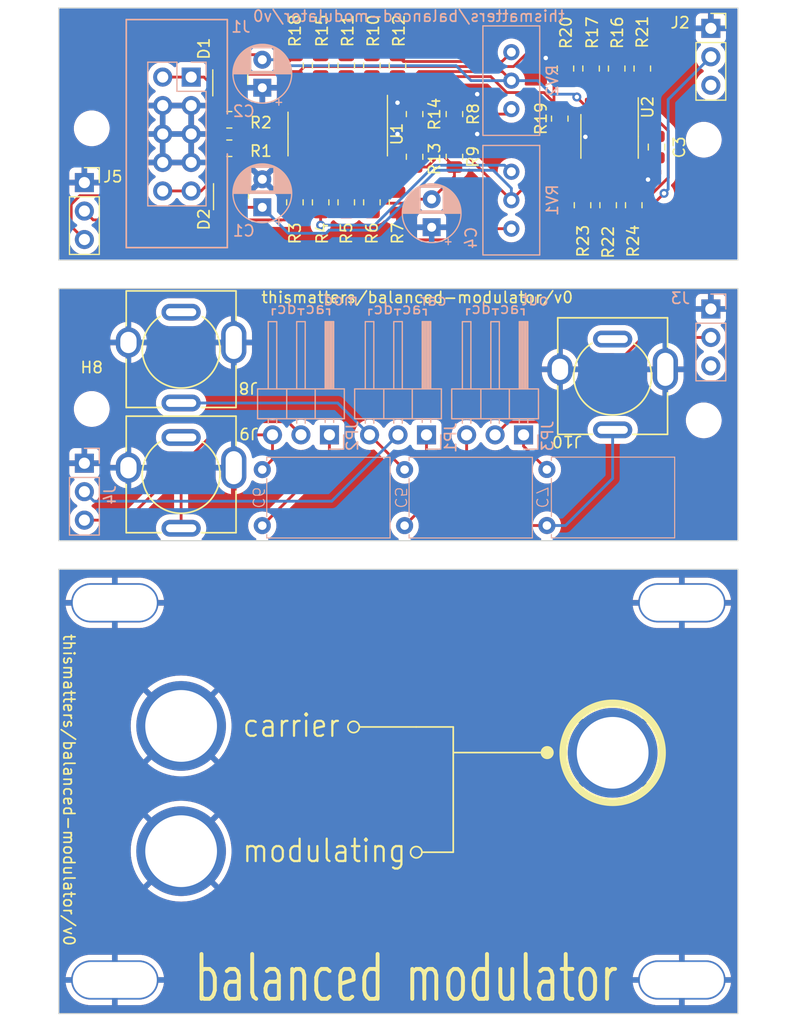
<source format=kicad_pcb>
(kicad_pcb (version 20221018) (generator pcbnew)
  (layers (0 "F.Cu" signal) (31 "B.Cu" signal) (34 "B.Paste" user) (35 "F.Paste" user) (36 "B.SilkS" user "B.Silkscreen") (37 "F.SilkS" user "F.Silkscreen") (38 "B.Mask" user) (39 "F.Mask" user) (44 "Edge.Cuts" user))
  (net 0 "")
  (net 1 "+12V")
  (net 2 "GND")
  (net 3 "-12V")
  (net 4 "Net-(D1-COM)")
  (net 5 "Net-(D2-COM)")
  (net 6 "/FACE")
  (net 7 "Net-(J1-Pin_1)")
  (net 8 "Net-(J1-Pin_10)")
  (net 9 "Net-(C4-Pad2)")
  (net 10 "/A'")
  (net 11 "/A_dc'")
  (net 12 "/B'")
  (net 13 "/B_dc'")
  (net 14 "/OUT_dc'")
  (net 15 "/OUT'")
  (net 16 "/GND'")
  (net 20 "Net-(U1-carrier_in)")
  (net 21 "Net-(R4-Pad2)")
  (net 22 "Net-(U1-in_carrier)")
  (net 23 "Net-(R7-Pad2)")
  (net 24 "Net-(R10-Pad2)")
  (net 25 "Net-(R12-Pad1)")
  (net 26 "Net-(R13-Pad1)")
  (net 27 "Net-(R13-Pad2)")
  (net 28 "Net-(U1-bias)")
  (net 29 "Net-(U2A--)")
  (net 30 "Net-(R16-Pad2)")
  (net 31 "Net-(R17-Pad1)")
  (net 32 "Net-(U2A-+)")
  (net 33 "Net-(R21-Pad2)")
  (net 34 "Net-(U2B--)")
  (net 35 "Net-(R23-Pad2)")
  (net 36 "Net-(U1-gain-Pad2)")
  (net 41 "/_OUT")
  (net 43 "/_OUT'")
  (net 45 "/_A'")
  (net 46 "/_A")
  (net 47 "/_B'")
  (net 48 "/_B")
  (footprint "Resistor_SMD:R_0805_2012Metric" (layer "F.Cu") (at 117.454 76.634 -90)
    (fp_text reference "R11")
    (fp_text value "2.7K")
  )
  (footprint "Resistor_SMD:R_0805_2012Metric" (layer "F.Cu") (at 137.012 76.888 90)
    (fp_text reference "R20")
    (fp_text value "15K")
  )
  (footprint "Resistor_SMD:R_0805_2012Metric" (layer "F.Cu") (at 107.0195 81.46 180)
    (fp_text reference "R2")
    (fp_text value "10")
  )
  (footprint "Resistor_SMD:R_0805_2012Metric" (layer "F.Cu") (at 141.584 76.888 90)
    (fp_text reference "R16")
    (fp_text value "15K")
  )
  (footprint "Resistor_SMD:R_0805_2012Metric" (layer "F.Cu") (at 115.168 76.634 -90)
    (fp_text reference "R15")
    (fp_text value "6.8K")
  )
  (footprint "Resistor_SMD:R_0805_2012Metric" (layer "F.Cu") (at 123.55 80.952 -90)
    (fp_text reference "R14")
    (fp_text value "2.7K")
  )
  (footprint "Resistor_SMD:R_0805_2012Metric" (layer "F.Cu") (at 119.74 76.634 -90)
    (fp_text reference "R10")
    (fp_text value "180K")
  )
  (footprint "MountingHole:MountingHole_2.7mm_M2.5" (layer "F.Cu") (at 149.352 108.278)
    (fp_text reference "H10" hide)
    (fp_text value "MountingHole")
  )
  (footprint "Resistor_SMD:R_0805_2012Metric" (layer "F.Cu") (at 139.298 76.8865 -90)
    (fp_text reference "R17")
    (fp_text value "15K")
  )
  (footprint "Resistor_SMD:R_0805_2012Metric" (layer "F.Cu") (at 112.8708 88.826 90)
    (fp_text reference "R3")
    (fp_text value "180K")
  )
  (footprint "Resistor_SMD:R_0805_2012Metric" (layer "F.Cu") (at 140.822 89.08 90)
    (fp_text reference "R22")
    (fp_text value "10K")
  )
  (footprint "Package_TO_SOT_SMD:SOT-23" (layer "F.Cu") (at 107.17 87.81 90)
    (fp_text reference "D2")
    (fp_text value "BAT54S")
  )
  (footprint "Connector_PinSocket_2.54mm:PinSocket_1x03_P2.54mm_Vertical" (layer "F.Cu") (at 94.086 87.063)
    (fp_text reference "J5")
    (fp_text value "Conn_01x03_Socket")
  )
  (footprint "Resistor_SMD:R_0805_2012Metric" (layer "F.Cu") (at 136.504 81.355 90)
    (fp_text reference "R19")
    (fp_text value "1.2K")
  )
  (footprint "Eurorack:Mech-MountingHole" (layer "F.Cu") (at 96.8 124.56)
    (fp_text reference "H1")
    (fp_text value "mount0")
  )
  (footprint "Resistor_SMD:R_0805_2012Metric" (layer "F.Cu") (at 107.0195 84 180)
    (fp_text reference "R1")
    (fp_text value "10")
  )
  (footprint "Package_TO_SOT_SMD:SOT-23" (layer "F.Cu") (at 107.104 77.65 90)
    (fp_text reference "D1")
    (fp_text value "BAT54S")
  )
  (footprint "Capacitor_SMD:C_0805_2012Metric" (layer "F.Cu") (at 145.14 83.895 90)
    (fp_text reference "C3")
    (fp_text value "100n")
  )
  (footprint "Eurorack:Mech-MountingHole" (layer "F.Cu") (at 96.8 158.21)
    (fp_text reference "H4")
    (fp_text value "mount1")
  )
  (footprint "Resistor_SMD:R_0805_2012Metric" (layer "F.Cu") (at 143.108 89.08 -90)
    (fp_text reference "R24")
    (fp_text value "1K")
  )
  (footprint "Eurorack:Mech-AudioJack-Hole-Output" (layer "F.Cu") (at 141.224 137.943)
    (fp_text reference "H7")
    (fp_text value "out" hide)
  )
  (footprint "Resistor_SMD:R_0805_2012Metric" (layer "F.Cu") (at 127.106 84.762 -90)
    (fp_text reference "R9")
    (fp_text value "1.5K")
  )
  (footprint "Resistor_SMD:R_0805_2012Metric" (layer "F.Cu") (at 123.55 84.762 90)
    (fp_text reference "R13")
    (fp_text value "6.8K")
  )
  (footprint "Eurorack:AudioJack2_Tayda_A-2566" (layer "F.Cu") (at 102.7176 101.9286 180)
    (fp_text reference "J8")
    (fp_text value "carrier")
  )
  (footprint "Eurorack:Mech-MountingHole" (layer "F.Cu") (at 147.4 124.56)
    (fp_text reference "H2")
    (fp_text value "mount1")
  )
  (footprint "Resistor_SMD:R_0805_2012Metric" (layer "F.Cu") (at 112.882 76.634 -90)
    (fp_text reference "R18")
    (fp_text value "1.2K")
  )
  (footprint "Resistor_SMD:R_0805_2012Metric" (layer "F.Cu") (at 117.454 88.826 -90)
    (fp_text reference "R5")
    (fp_text value "2.7K")
  )
  (footprint "Package_SO:SOIC-8_3.9x4.9mm_P1.27mm" (layer "F.Cu") (at 140.949 82.944 -90)
    (fp_text reference "U2")
    (fp_text value "TL072")
  )
  (footprint "MountingHole:MountingHole_2.7mm_M2.5" (layer "F.Cu") (at 94.742 82.222)
    (fp_text reference "H9" hide)
    (fp_text value "MountingHole")
  )
  (footprint "Resistor_SMD:R_0805_2012Metric" (layer "F.Cu") (at 115.168 88.826 -90)
    (fp_text reference "R4")
    (fp_text value "12K")
  )
  (footprint "Resistor_SMD:R_0805_2012Metric" (layer "F.Cu") (at 119.74 88.826 -90)
    (fp_text reference "R6")
    (fp_text value "2.7K")
  )
  (footprint "Resistor_SMD:R_0805_2012Metric" (layer "F.Cu") (at 122.026 88.826 -90)
    (fp_text reference "R7")
    (fp_text value "12K")
  )
  (footprint "Eurorack:Mech-MountingHole" (layer "F.Cu") (at 147.4 158.21)
    (fp_text reference "H3")
    (fp_text value "mount1")
  )
  (footprint "Resistor_SMD:R_0805_2012Metric" (layer "F.Cu") (at 138.536 89.08 -90)
    (fp_text reference "R23")
    (fp_text value "68K")
  )
  (footprint "Eurorack:Mech-AudioJack-Hole-Input" (layer "F.Cu") (at 102.7176 146.7196)
    (fp_text reference "H5")
    (fp_text value "carrier" hide)
  )
  (footprint "Connector_PinSocket_2.54mm:PinSocket_1x03_P2.54mm_Vertical" (layer "F.Cu") (at 149.987 73.3)
    (fp_text reference "J2")
    (fp_text value "Conn_01x03_Socket")
  )
  (footprint "Package_SO:SOIC-14_3.9x8.7mm_P1.27mm" (layer "F.Cu") (at 116.692 82.73 -90)
    (fp_text reference "U1")
    (fp_text value "MC1496")
  )
  (footprint "Resistor_SMD:R_0805_2012Metric" (layer "F.Cu") (at 127.106 80.952 90)
    (fp_text reference "R8")
    (fp_text value "1.5K")
  )
  (footprint "MountingHole:MountingHole_2.7mm_M2.5" (layer "F.Cu") (at 94.742 107.262)
    (fp_text reference "H8")
    (fp_text value "MountingHole")
  )
  (footprint "Eurorack:AudioJack2_Tayda_A-2566" (layer "F.Cu") (at 141.224 104.328 180)
    (fp_text reference "J10")
    (fp_text value "out")
  )
  (footprint "Eurorack:Mech-AudioJack-Hole-Input" (layer "F.Cu") (at 102.7176 135.5436)
    (fp_text reference "H6")
    (fp_text value "modulating" hide)
  )
  (footprint "Eurorack:AudioJack2_Tayda_A-2566" (layer "F.Cu") (at 102.7176 113.1046 180)
    (fp_text reference "J9")
    (fp_text value "modulating")
  )
  (footprint "Resistor_SMD:R_0805_2012Metric" (layer "F.Cu") (at 143.87 76.888 90)
    (fp_text reference "R21")
    (fp_text value "15K")
  )
  (footprint "MountingHole:MountingHole_2.7mm_M2.5" (layer "F.Cu") (at 149.352 83.238)
    (fp_text reference "H11" hide)
    (fp_text value "MountingHole")
  )
  (footprint "Resistor_SMD:R_0805_2012Metric" (layer "F.Cu") (at 122.026 76.634 -90)
    (fp_text reference "R12")
    (fp_text value "6.8K")
  )
  (footprint "Connector_PinHeader_2.54mm:PinHeader_1x03_P2.54mm_Horizontal" (layer "B.Cu") (at 133.2738 109.5756 90)
    (fp_text reference "JP3")
    (fp_text value "Jumper_3_Bridged12")
  )
  (footprint "Connector_PinHeader_2.54mm:PinHeader_1x03_P2.54mm_Vertical" (layer "B.Cu") (at 149.987 98.34 180)
    (fp_text reference "J3")
    (fp_text value "Conn_01x03_Pin")
  )
  (footprint "Connector_PinHeader_2.54mm:PinHeader_1x03_P2.54mm_Horizontal" (layer "B.Cu") (at 124.6124 109.5734 90)
    (fp_text reference "JP1")
    (fp_text value "Jumper_3_Bridged12")
  )
  (footprint "Connector_PinHeader_2.54mm:PinHeader_1x03_P2.54mm_Horizontal" (layer "B.Cu") (at 115.951 109.5734 90)
    (fp_text reference "JP2")
    (fp_text value "Jumper_3_Bridged12")
  )
  (footprint "Eurorack:PinHeader_2x05_P2.54mm_Vertical" (layer "B.Cu") (at 103.614 77.65 180)
    (fp_text reference "J1")
    (fp_text value "Conn_02x05_Odd_Even")
  )
  (footprint "Eurorack:C_Rect_Horizontal_L7.2mm_W11" (layer "B.Cu") (at 135.3566 115.1614 90)
    (fp_text reference "C7")
    (fp_text value "1u box")
  )
  (footprint "Potentiometer_THT:Potentiometer_Bourns_3296W_Vertical" (layer "B.Cu") (at 132.186 86.096 90)
    (fp_text reference "RV1")
    (fp_text value "500")
  )
  (footprint "Capacitor_THT:CP_Radial_D5.0mm_P2.50mm" (layer "B.Cu") (at 109.964 89.269113 90)
    (fp_text reference "C1")
    (fp_text value "22u 50V")
  )
  (footprint "Capacitor_THT:CP_Radial_D5.0mm_P2.50mm" (layer "B.Cu") (at 109.964 78.601113 90)
    (fp_text reference "C2")
    (fp_text value "22u 50V")
  )
  (footprint "Potentiometer_THT:Potentiometer_Bourns_3296W_Vertical" (layer "B.Cu") (at 132.186 75.428 90)
    (fp_text reference "RV2")
    (fp_text value "200")
  )
  (footprint "Eurorack:C_Rect_Horizontal_L7.2mm_W11" (layer "B.Cu") (at 109.9599 115.1722 90)
    (fp_text reference "C6")
    (fp_text value "1u box")
  )
  (footprint "Eurorack:C_Rect_Horizontal_L7.2mm_W11" (layer "B.Cu") (at 122.6599 115.1722 90)
    (fp_text reference "C5")
    (fp_text value "1u box")
  )
  (footprint "Connector_PinHeader_2.54mm:PinHeader_1x03_P2.54mm_Vertical" (layer "B.Cu") (at 94.086 112.103 180)
    (fp_text reference "J4")
    (fp_text value "Conn_01x03_Pin")
  )
  (footprint "Capacitor_THT:CP_Radial_D5.0mm_P2.50mm" (layer "B.Cu") (at 125.074 91.047113 90)
    (fp_text reference "C4")
    (fp_text value "100u 16V")
  )
  (gr_line (start 124.566 98.88) (end 124.566 98.372) (stroke (width 0.15)) (layer "B.SilkS"))
  (gr_line (start 110.871 98.8568) (end 110.871 98.3488) (stroke (width 0.15)) (layer "B.SilkS"))
  (gr_line (start 113.411 98.8568) (end 113.411 98.3488) (stroke (width 0.15)) (layer "B.SilkS"))
  (gr_line (start 128.2192 98.8568) (end 128.2192 98.3488) (stroke (width 0.15)) (layer "B.SilkS"))
  (gr_line (start 115.951 98.8568) (end 115.951 98.3488) (stroke (width 0.15)) (layer "B.SilkS"))
  (gr_line (start 115.951 98.3488) (end 115.697 98.3488) (stroke (width 0.15)) (layer "B.SilkS"))
  (gr_line (start 122.026 98.88) (end 122.026 98.372) (stroke (width 0.15)) (layer "B.SilkS"))
  (gr_line (start 133.2992 98.3488) (end 133.0452 98.3488) (stroke (width 0.15)) (layer "B.SilkS"))
  (gr_line (start 119.486 98.88) (end 119.486 98.372) (stroke (width 0.15)) (layer "B.SilkS"))
  (gr_line (start 113.665 98.3488) (end 113.157 98.3488) (stroke (width 0.15)) (layer "B.SilkS"))
  (gr_line (start 128.2192 98.3488) (end 128.4732 98.3488) (stroke (width 0.15)) (layer "B.SilkS"))
  (gr_line (start 130.7592 98.8568) (end 130.7592 98.3488) (stroke (width 0.15)) (layer "B.SilkS"))
  (gr_line (start 124.566 98.372) (end 124.312 98.372) (stroke (width 0.15)) (layer "B.SilkS"))
  (gr_line (start 110.871 98.3488) (end 111.125 98.3488) (stroke (width 0.15)) (layer "B.SilkS"))
  (gr_line (start 122.28 98.372) (end 121.772 98.372) (stroke (width 0.15)) (layer "B.SilkS"))
  (gr_line (start 133.2992 98.8568) (end 133.2992 98.3488) (stroke (width 0.15)) (layer "B.SilkS"))
  (gr_line (start 131.0132 98.3488) (end 130.5052 98.3488) (stroke (width 0.15)) (layer "B.SilkS"))
  (gr_line (start 119.486 98.372) (end 119.74 98.372) (stroke (width 0.15)) (layer "B.SilkS"))
  (gr_circle (center 123.698 146.812) (end 123.19 146.812) (stroke (width 0.15)) (fill none) (layer "F.SilkS"))
  (gr_line (start 127 137.922) (end 134.874 137.922) (stroke (width 0.15)) (layer "F.SilkS"))
  (gr_line (start 118.618 135.636) (end 123.698 135.636) (stroke (width 0.15)) (layer "F.SilkS"))
  (gr_circle (center 118.11 135.636) (end 117.602 135.636) (stroke (width 0.15)) (fill none) (layer "F.SilkS"))
  (gr_circle (center 135.382 137.922) (end 135.89 137.922) (stroke (width 0.15)) (fill solid) (layer "F.SilkS"))
  (gr_line (start 124.206 146.812) (end 127 146.812) (stroke (width 0.15)) (layer "F.SilkS"))
  (gr_line (start 123.698 135.636) (end 127 135.636) (stroke (width 0.15)) (layer "F.SilkS"))
  (gr_line (start 127 146.812) (end 127 137.922) (stroke (width 0.15)) (layer "F.SilkS"))
  (gr_line (start 127 135.636) (end 127 137.922) (stroke (width 0.15)) (layer "F.SilkS"))
  (gr_rect (start 91.8 121.56) (end 152.4 161.21) (stroke (width 0.1)) (fill none) (layer "Edge.Cuts"))
  (gr_rect (start 91.8 96.52) (end 152.4 119.02) (stroke (width 0.1)) (fill none) (layer "Edge.Cuts"))
  (gr_rect (start 91.8 71.48) (end 152.4 93.98) (stroke (width 0.1)) (fill none) (layer "Edge.Cuts"))
  (gr_text "ac" (at 132.0292 98.8568) (layer "B.SilkS") (effects (font (size 1 1)) (justify bottom mirror)))
  (gr_text "dc" (at 129.4892 98.8568) (layer "B.SilkS") (effects (font (size 1 1)) (justify bottom mirror)))
  (gr_text "dc" (at 112.141 98.8568) (layer "B.SilkS") (effects (font (size 1 1)) (justify bottom mirror)))
  (gr_text "car" (at 125.222 98.118) (layer "B.SilkS") (effects (font (size 1 1)) (justify bottom mirror)))
  (gr_text "ac" (at 123.296 98.88) (layer "B.SilkS") (effects (font (size 1 1)) (justify bottom mirror)))
  (gr_text "ac" (at 114.681 98.8568) (layer "B.SilkS") (effects (font (size 1 1)) (justify bottom mirror)))
  (gr_text "dc" (at 120.756 98.88) (layer "B.SilkS") (effects (font (size 1 1)) (justify bottom mirror)))
  (gr_text "mod" (at 116.967 98.0948) (layer "B.SilkS") (effects (font (size 1 1)) (justify bottom mirror)))
  (gr_text "out" (at 134.3152 98.0948) (layer "B.SilkS") (effects (font (size 1 1)) (justify bottom mirror)))
  (gr_text "thismatters/balanced-modulator/v0" (at 137.033 72.2122) (layer "B.SilkS") (effects (font (size 1 1)) (justify left mirror)))
  (gr_text "balanced modulator" (at 122.809 160.401) (layer "F.SilkS") (effects (font (size 4 2.5) (thickness 0.35)) (justify bottom)))
  (gr_text "thismatters/balanced-modulator/v0" (at 109.7788 97.3074) (layer "F.SilkS") (effects (font (size 1 1)) (justify left)))
  (gr_text "carrier" (at 108.077 135.509) (layer "F.SilkS") (effects (font (size 2 1.75) (thickness 0.2) bold) (justify left)))
  (gr_text "thismatters/balanced-modulator/v0" (at 92.71 127.254 270) (layer "F.SilkS") (effects (font (size 1 1)) (justify left)))
  (gr_text "modulating" (at 108.077 146.685) (layer "F.SilkS") (effects (font (size 2 1.75) (thickness 0.2)) (justify left)))
  (segment (start 142.854 85.419) (end 143.428 84.845) (width 0.25) (layer "F.Cu") (net 1))
  (segment (start 127.3995 83.8495) (end 132.186 88.636) (width 0.25) (layer "F.Cu") (net 1))
  (segment (start 132.186 88.636) (end 136.504 84.318) (width 0.25) (layer "F.Cu") (net 1))
  (segment (start 109.964 89.269113) (end 108.641613 89.269113) (width 0.25) (layer "F.Cu") (net 1))
  (segment (start 108.641613 89.269113) (end 108.12 88.7475) (width 0.25) (layer "F.Cu") (net 1))
  (segment (start 108.818 80.8134) (end 108.054 80.0494) (width 0.25) (layer "F.Cu") (net 1))
  (segment (start 136.504 82.2675) (end 136.504 84.318) (width 0.25) (layer "F.Cu") (net 1))
  (segment (start 108.12 85.3446) (end 108.818 84.6466) (width 0.25) (layer "F.Cu") (net 1))
  (segment (start 108.12 88.7475) (end 108.12 85.3446) (width 0.25) (layer "F.Cu") (net 1))
  (segment (start 108.508001 77.396) (end 111.2075 77.396) (width 0.25) (layer "F.Cu") (net 1))
  (segment (start 144.414 84.119) (end 138.3555 84.119) (width 0.25) (layer "F.Cu") (net 1))
  (segment (start 108.054 80.0494) (end 108.054 78.5875) (width 0.25) (layer "F.Cu") (net 1))
  (segment (start 145.14 84.845) (end 144.414 84.119) (width 0.25) (layer "F.Cu") (net 1))
  (segment (start 138.3555 84.119) (end 136.504 82.2675) (width 0.25) (layer "F.Cu") (net 1))
  (segment (start 143.428 84.845) (end 145.14 84.845) (width 0.25) (layer "F.Cu") (net 1))
  (segment (start 108.054 78.5875) (end 108.054 77.850001) (width 0.25) (layer "F.Cu") (net 1))
  (segment (start 108.818 84.6466) (end 108.818 80.8134) (width 0.25) (layer "F.Cu") (net 1))
  (segment (start 108.054 77.850001) (end 108.508001 77.396) (width 0.25) (layer "F.Cu") (net 1))
  (segment (start 111.2075 77.396) (end 112.882 75.7215) (width 0.25) (layer "F.Cu") (net 1))
  (segment (start 120.180396 91.308) (end 125.524396 85.964) (width 0.25) (layer "B.Cu") (net 1))
  (segment (start 112.277887 91.583) (end 115.655 91.583) (width 0.25) (layer "B.Cu") (net 1))
  (segment (start 115.655 91.583) (end 115.93 91.308) (width 0.25) (layer "B.Cu") (net 1))
  (segment (start 109.964 89.269113) (end 112.277887 91.583) (width 0.25) (layer "B.Cu") (net 1))
  (segment (start 132.186 87.573854) (end 132.186 88.054) (width 0.25) (layer "B.Cu") (net 1))
  (segment (start 115.93 91.308) (end 120.180396 91.308) (width 0.25) (layer "B.Cu") (net 1))
  (segment (start 125.524396 85.964) (end 130.576146 85.964) (width 0.25) (layer "B.Cu") (net 1))
  (segment (start 130.576146 85.964) (end 132.186 87.573854) (width 0.25) (layer "B.Cu") (net 1))
  (segment (start 122.026 79.936) (end 123.4465 79.936) (width 0.25) (layer "F.Cu") (net 2))
  (via (at 135.255 75.946) (size 0.8) (drill 0.4) (layers "F.Cu" "B.Cu") (net 2))
  (via (at 138.79 82.984) (size 0.8) (drill 0.4) (layers "F.Cu" "B.Cu") (net 2))
  (via (at 129.138 79.174) (size 0.8) (drill 0.4) (layers "F.Cu" "B.Cu") (net 2))
  (via (at 122.026 79.936) (size 0.8) (drill 0.4) (layers "F.Cu" "B.Cu") (net 2))
  (via (at 122.026 82.73) (size 0.8) (drill 0.4) (layers "F.Cu" "B.Cu") (net 2))
  (via (at 144.378 86.794) (size 0.8) (drill 0.4) (layers "F.Cu" "B.Cu") (net 2))
  (via (at 129.138 82.73) (size 0.8) (drill 0.4) (layers "F.Cu" "B.Cu") (net 2))
  (segment (start 109.964 80.574) (end 112.12 82.73) (width 0.25) (layer "B.Cu") (net 2))
  (segment (start 137.012 81.206) (end 138.79 82.984) (width 0.25) (layer "B.Cu") (net 2))
  (segment (start 138.79 82.984) (end 143.108 82.984) (width 0.25) (layer "B.Cu") (net 2))
  (segment (start 140.081 81.693) (end 140.081 80.455695) (width 0.25) (layer "B.Cu") (net 2))
  (segment (start 129.138 82.73) (end 129.138 79.174) (width 0.25) (layer "B.Cu") (net 2))
  (segment (start 135.382 75.819) (end 135.255 75.946) (width 0.25) (layer "B.Cu") (net 2))
  (segment (start 138.79 82.984) (end 140.081 81.693) (width 0.25) (layer "B.Cu") (net 2))
  (segment (start 122.026 82.73) (end 129.138 82.73) (width 0.25) (layer "B.Cu") (net 2))
  (segment (start 144.378 84.254) (end 144.378 86.794) (width 0.25) (layer "B.Cu") (net 2))
  (segment (start 133.71 82.73) (end 135.234 81.206) (width 0.25) (layer "B.Cu") (net 2))
  (segment (start 135.234 81.206) (end 137.012 81.206) (width 0.25) (layer "B.Cu") (net 2))
  (segment (start 143.108 82.984) (end 144.378 84.254) (width 0.25) (layer "B.Cu") (net 2))
  (segment (start 129.138 82.73) (end 133.71 82.73) (width 0.25) (layer "B.Cu") (net 2))
  (segment (start 112.12 82.73) (end 122.026 82.73) (width 0.25) (layer "B.Cu") (net 2))
  (segment (start 122.026 82.73) (end 122.026 79.936) (width 0.25) (layer "B.Cu") (net 2))
  (segment (start 140.081 80.455695) (end 140.081 79.375) (width 0.25) (layer "B.Cu") (net 2))
  (segment (start 136.525 75.819) (end 135.382 75.819) (width 0.25) (layer "B.Cu") (net 2))
  (segment (start 140.081 79.375) (end 136.525 75.819) (width 0.25) (layer "B.Cu") (net 2))
  (segment (start 109.964 78.601113) (end 109.964 80.574) (width 0.25) (layer "B.Cu") (net 2))
  (segment (start 122.1501 78.955) (end 123.9461 77.159) (width 0.25) (layer "F.Cu") (net 3))
  (segment (start 120.502 81.968) (end 119.857 81.323) (width 0.25) (layer "F.Cu") (net 3))
  (segment (start 106.154 76.249092) (end 106.753092 75.65) (width 0.25) (layer "F.Cu") (net 3))
  (segment (start 123.9461 77.159) (end 131.377 77.159) (width 0.25) (layer "F.Cu") (net 3))
  (segment (start 119.857 79.249092) (end 120.151092 78.955) (width 0.25) (layer "F.Cu") (net 3))
  (segment (start 143.964 81.769) (end 145.14 82.945) (width 0.25) (layer "F.Cu") (net 3))
  (segment (start 139.369001 81.769) (end 143.964 81.769) (width 0.25) (layer "F.Cu") (net 3))
  (segment (start 106.9445 80.698) (end 106.9445 84.6951) (width 0.25) (layer "F.Cu") (net 3))
  (segment (start 106.753092 75.65) (end 109.512887 75.65) (width 0.25) (layer "F.Cu") (net 3))
  (segment (start 106.154 78.5875) (end 106.154 76.249092) (width 0.25) (layer "F.Cu") (net 3))
  (segment (start 120.151092 78.955) (end 122.1501 78.955) (width 0.25) (layer "F.Cu") (net 3))
  (segment (start 119.857 81.323) (end 119.857 79.249092) (width 0.25) (layer "F.Cu") (net 3))
  (segment (start 131.377 77.159) (end 132.186 77.968) (width 0.25) (layer "F.Cu") (net 3))
  (segment (start 139.044 81.443999) (end 139.369001 81.769) (width 0.25) (layer "F.Cu") (net 3))
  (segment (start 106.9445 84.6951) (end 106.22 85.4196) (width 0.25) (layer "F.Cu") (net 3))
  (segment (start 138.028 79.453) (end 139.044 80.469) (width 0.25) (layer "F.Cu") (net 3))
  (segment (start 139.044 80.469) (end 139.044 81.443999) (width 0.25) (layer "F.Cu") (net 3))
  (segment (start 120.502 85.205) (end 120.502 81.968) (width 0.25) (layer "F.Cu") (net 3))
  (segment (start 106.154 79.9075) (end 106.9445 80.698) (width 0.25) (layer "F.Cu") (net 3))
  (segment (start 138.028 79.428) (end 138.028 79.453) (width 0.25) (layer "F.Cu") (net 3))
  (segment (start 106.22 85.4196) (end 106.22 88.7475) (width 0.25) (layer "F.Cu") (net 3))
  (segment (start 106.154 78.5875) (end 106.154 79.9075) (width 0.25) (layer "F.Cu") (net 3))
  (via (at 138.028 79.428) (size 0.8) (drill 0.4) (layers "F.Cu" "B.Cu") (net 3))
  (segment (start 109.964 76.101113) (end 111.333113 76.101113) (width 0.25) (layer "B.Cu") (net 3))
  (segment (start 128.588 77.968) (end 132.186 77.968) (width 0.25) (layer "B.Cu") (net 3))
  (segment (start 127.254 76.634) (end 128.588 77.968) (width 0.25) (layer "B.Cu") (net 3))
  (segment (start 111.333113 76.101113) (end 111.866 76.634) (width 0.25) (layer "B.Cu") (net 3))
  (segment (start 135.742 79.174) (end 137.774 79.174) (width 0.25) (layer "B.Cu") (net 3))
  (segment (start 132.186 77.968) (end 134.536 77.968) (width 0.25) (layer "B.Cu") (net 3))
  (segment (start 111.866 76.634) (end 127.254 76.634) (width 0.25) (layer "B.Cu") (net 3))
  (segment (start 134.536 77.968) (end 135.742 79.174) (width 0.25) (layer "B.Cu") (net 3))
  (segment (start 137.774 79.174) (end 138.028 79.428) (width 0.25) (layer "B.Cu") (net 3))
  (segment (start 107.104 79.746) (end 107.932 80.574) (width 0.25) (layer "F.Cu") (net 4))
  (segment (start 107.932 80.574) (end 107.932 81.46) (width 0.25) (layer "F.Cu") (net 4))
  (segment (start 107.104 76.7125) (end 107.104 79.746) (width 0.25) (layer "F.Cu") (net 4))
  (segment (start 107.932 84.886) (end 107.932 84) (width 0.25) (layer "F.Cu") (net 5))
  (segment (start 107.17 86.8725) (end 107.17 85.648) (width 0.25) (layer "F.Cu") (net 5))
  (segment (start 107.17 85.648) (end 107.932 84.886) (width 0.25) (layer "F.Cu") (net 5))
  (segment (start 105.529 80.882) (end 106.107 81.46) (width 0.25) (layer "F.Cu") (net 7))
  (segment (start 101.074 77.65) (end 103.614 77.65) (width 0.25) (layer "F.Cu") (net 7))
  (segment (start 105.529 78.425) (end 105.529 80.882) (width 0.25) (layer "F.Cu") (net 7))
  (segment (start 104.754 77.65) (end 105.529 78.425) (width 0.25) (layer "F.Cu") (net 7))
  (segment (start 103.614 77.65) (end 104.754 77.65) (width 0.25) (layer "F.Cu") (net 7))
  (segment (start 105.516 84.591) (end 106.107 84) (width 0.25) (layer "F.Cu") (net 8))
  (segment (start 101.074 87.81) (end 103.614 87.81) (width 0.25) (layer "F.Cu") (net 8))
  (segment (start 105.516 86.794) (end 105.516 84.591) (width 0.25) (layer "F.Cu") (net 8))
  (segment (start 104.5 87.81) (end 105.516 86.794) (width 0.25) (layer "F.Cu") (net 8))
  (segment (start 103.614 87.81) (end 104.5 87.81) (width 0.25) (layer "F.Cu") (net 8))
  (segment (start 123.320887 88.547113) (end 125.074 88.547113) (width 0.25) (layer "F.Cu") (net 9))
  (segment (start 127.106 86.515113) (end 125.074 88.547113) (width 0.25) (layer "F.Cu") (net 9))
  (segment (start 127.106 85.6745) (end 127.106 86.515113) (width 0.25) (layer "F.Cu") (net 9))
  (segment (start 126.081 84.6495) (end 126.081 82.8895) (width 0.25) (layer "F.Cu") (net 9))
  (segment (start 120.5775 88.901) (end 122.967 88.901) (width 0.25) (layer "F.Cu") (net 9))
  (segment (start 126.081 82.8895) (end 127.106 81.8645) (width 0.25) (layer "F.Cu") (net 9))
  (segment (start 117.454 89.7385) (end 119.74 89.7385) (width 0.25) (layer "F.Cu") (net 9))
  (segment (start 122.967 88.901) (end 123.320887 88.547113) (width 0.25) (layer "F.Cu") (net 9))
  (segment (start 127.106 85.6745) (end 126.081 84.6495) (width 0.25) (layer "F.Cu") (net 9))
  (segment (start 119.74 89.7385) (end 120.5775 88.901) (width 0.25) (layer "F.Cu") (net 9))
  (segment (start 124.6124 109.5734) (end 124.6124 115.7197) (width 0.25) (layer "F.Cu") (net 10))
  (segment (start 124.6124 115.7197) (end 122.6599 117.6722) (width 0.25) (layer "F.Cu") (net 10))
  (segment (start 119.5324 109.5734) (end 122.6312 112.6722) (width 0.25) (layer "F.Cu") (net 11))
  (segment (start 116.6876 106.7286) (end 119.5324 109.5734) (width 0.25) (layer "B.Cu") (net 11))
  (segment (start 102.7176 106.7286) (end 116.6876 106.7286) (width 0.25) (layer "B.Cu") (net 11))
  (segment (start 109.9599 117.6722) (end 115.951 111.6811) (width 0.25) (layer "F.Cu") (net 12))
  (segment (start 115.951 111.6811) (end 115.951 109.5734) (width 0.25) (layer "F.Cu") (net 12))
  (segment (start 110.871 109.5734) (end 110.871 111.7611) (width 0.25) (layer "F.Cu") (net 13))
  (segment (start 102.7176 117.9046) (end 102.7176 112.961276) (width 0.25) (layer "F.Cu") (net 13))
  (segment (start 102.7176 112.961276) (end 106.105476 109.5734) (width 0.25) (layer "F.Cu") (net 13))
  (segment (start 110.871 111.7611) (end 109.9599 112.6722) (width 0.25) (layer "F.Cu") (net 13))
  (segment (start 106.105476 109.5734) (end 110.871 109.5734) (width 0.25) (layer "F.Cu") (net 13))
  (segment (start 128.1938 112.088) (end 133.7672 117.6614) (width 0.25) (layer "F.Cu") (net 14))
  (segment (start 133.7672 117.6614) (end 135.3566 117.6614) (width 0.25) (layer "F.Cu") (net 14))
  (segment (start 128.1938 109.5988) (end 128.1938 112.088) (width 0.25) (layer "F.Cu") (net 14))
  (segment (start 141.224 113.4596) (end 141.224 109.128) (width 0.25) (layer "B.Cu") (net 14))
  (segment (start 135.3566 117.6614) (end 137.0222 117.6614) (width 0.25) (layer "B.Cu") (net 14))
  (segment (start 137.0222 117.6614) (end 141.224 113.4596) (width 0.25) (layer "B.Cu") (net 14))
  (segment (start 133.2738 109.5988) (end 133.2738 110.5786) (width 0.25) (layer "F.Cu") (net 15))
  (segment (start 133.2738 110.5786) (end 135.3566 112.6614) (width 0.25) (layer "F.Cu") (net 15))
  (segment (start 115.422 85.205) (end 115.422 87.6595) (width 0.25) (layer "F.Cu") (net 20))
  (segment (start 112.8708 87.9135) (end 117.454 87.9135) (width 0.25) (layer "F.Cu") (net 20))
  (segment (start 115.168 90.858) (end 115.168 89.7385) (width 0.25) (layer "F.Cu") (net 21))
  (via (at 115.168 90.858) (size 0.8) (drill 0.4) (layers "F.Cu" "B.Cu") (net 21))
  (segment (start 131.572 85.514) (end 125.338 85.514) (width 0.25) (layer "B.Cu") (net 21))
  (segment (start 119.994 90.858) (end 115.168 90.858) (width 0.25) (layer "B.Cu") (net 21))
  (segment (start 125.338 85.514) (end 119.994 90.858) (width 0.25) (layer "B.Cu") (net 21))
  (segment (start 132.154 86.096) (end 131.572 85.514) (width 0.25) (layer "B.Cu") (net 21))
  (segment (start 112.882 85.205) (end 111.8458 86.2412) (width 0.25) (layer "F.Cu") (net 22))
  (segment (start 119.74 87.9135) (end 122.026 87.9135) (width 0.25) (layer "F.Cu") (net 22))
  (segment (start 111.8458 86.2412) (end 111.8458 88.4211) (width 0.25) (layer "F.Cu") (net 22))
  (segment (start 118.8275 88.826) (end 119.74 87.9135) (width 0.25) (layer "F.Cu") (net 22))
  (segment (start 112.2507 88.826) (end 118.8275 88.826) (width 0.25) (layer "F.Cu") (net 22))
  (segment (start 111.8458 88.4211) (end 112.2507 88.826) (width 0.25) (layer "F.Cu") (net 22))
  (segment (start 132.186 91.176) (end 129.836 91.176) (width 0.25) (layer "F.Cu") (net 23))
  (segment (start 128.839887 92.172113) (end 129.836 91.176) (width 0.25) (layer "F.Cu") (net 23))
  (segment (start 122.026 89.7385) (end 122.026 91.62) (width 0.25) (layer "F.Cu") (net 23))
  (segment (start 122.026 91.62) (end 122.578113 92.172113) (width 0.25) (layer "F.Cu") (net 23))
  (segment (start 122.578113 92.172113) (end 128.839887 92.172113) (width 0.25) (layer "F.Cu") (net 23))
  (segment (start 117.454 77.5465) (end 122.026 77.5465) (width 0.25) (layer "F.Cu") (net 24))
  (segment (start 116.692 80.255) (end 116.692 78.3085) (width 0.25) (layer "F.Cu") (net 24))
  (segment (start 116.692 78.3085) (end 117.454 77.5465) (width 0.25) (layer "F.Cu") (net 24))
  (segment (start 122.5635 76.259) (end 131.355 76.259) (width 0.25) (layer "F.Cu") (net 25))
  (segment (start 131.355 76.259) (end 132.186 75.428) (width 0.25) (layer "F.Cu") (net 25))
  (segment (start 122.026 75.7215) (end 122.5635 76.259) (width 0.25) (layer "F.Cu") (net 25))
  (segment (start 131.742 80.952) (end 132.186 80.508) (width 0.25) (layer "F.Cu") (net 26))
  (segment (start 125.328 82.1099) (end 126.4859 80.952) (width 0.25) (layer "F.Cu") (net 26))
  (segment (start 124.6695 85.6745) (end 125.328 85.016) (width 0.25) (layer "F.Cu") (net 26))
  (segment (start 123.55 85.6745) (end 124.6695 85.6745) (width 0.25) (layer "F.Cu") (net 26))
  (segment (start 126.4859 80.952) (end 131.742 80.952) (width 0.25) (layer "F.Cu") (net 26))
  (segment (start 125.328 85.016) (end 125.328 82.1099) (width 0.25) (layer "F.Cu") (net 26))
  (segment (start 122.1115 81.8645) (end 123.55 81.8645) (width 0.25) (layer "F.Cu") (net 27))
  (segment (start 120.502 80.255) (end 122.1115 81.8645) (width 0.25) (layer "F.Cu") (net 27))
  (segment (start 123.55 81.8645) (end 123.55 83.8495) (width 0.25) (layer "F.Cu") (net 27))
  (segment (start 115.422 80.255) (end 115.422 77.8005) (width 0.25) (layer "F.Cu") (net 28))
  (segment (start 141.584 80.469) (end 141.584 77.799) (width 0.25) (layer "F.Cu") (net 29))
  (segment (start 141.584 77.799) (end 143.87 77.799) (width 0.25) (layer "F.Cu") (net 29))
  (segment (start 112.882 77.5465) (end 113.7195 76.709) (width 0.25) (layer "F.Cu") (net 30))
  (segment (start 135.251854 73.84) (end 139.4485 73.84) (width 0.25) (layer "F.Cu") (net 30))
  (segment (start 113.7195 76.709) (end 132.382854 76.709) (width 0.25) (layer "F.Cu") (net 30))
  (segment (start 132.382854 76.709) (end 135.251854 73.84) (width 0.25) (layer "F.Cu") (net 30))
  (segment (start 139.4485 73.84) (end 141.584 75.9755) (width 0.25) (layer "F.Cu") (net 30))
  (segment (start 114.152 78.8165) (end 112.882 77.5465) (width 0.25) (layer "F.Cu") (net 30))
  (segment (start 114.152 80.255) (end 114.152 78.8165) (width 0.25) (layer "F.Cu") (net 30))
  (segment (start 124.387 84.687) (end 124.82 84.254) (width 0.25) (layer "F.Cu") (net 31))
  (segment (start 136.3169 76.963) (end 135.987 77.2929) (width 0.25) (layer "F.Cu") (net 31))
  (segment (start 117.962 85.205) (end 117.962 86.179999) (width 0.25) (layer "F.Cu") (net 31))
  (segment (start 135.987 77.2929) (end 135.987 79.9255) (width 0.25) (layer "F.Cu") (net 31))
  (segment (start 131.770396 79.03025) (end 135.09175 79.03025) (width 0.25) (layer "F.Cu") (net 31))
  (segment (start 125.328 80.952) (end 125.328 78.412) (width 0.25) (layer "F.Cu") (net 31))
  (segment (start 126.131 77.609) (end 130.349146 77.609) (width 0.25) (layer "F.Cu") (net 31))
  (segment (start 139.298 75.974) (end 138.309 76.963) (width 0.25) (layer "F.Cu") (net 31))
  (segment (start 125.328 78.412) (end 126.131 77.609) (width 0.25) (layer "F.Cu") (net 31))
  (segment (start 130.349146 77.609) (end 131.770396 79.03025) (width 0.25) (layer "F.Cu") (net 31))
  (segment (start 117.962 86.179999) (end 118.287001 86.505) (width 0.25) (layer "F.Cu") (net 31))
  (segment (start 124.82 84.254) (end 124.82 81.46) (width 0.25) (layer "F.Cu") (net 31))
  (segment (start 118.287001 86.505) (end 121.1869 86.505) (width 0.25) (layer "F.Cu") (net 31))
  (segment (start 138.309 76.963) (end 136.3169 76.963) (width 0.25) (layer "F.Cu") (net 31))
  (segment (start 121.1869 86.505) (end 123.0049 84.687) (width 0.25) (layer "F.Cu") (net 31))
  (segment (start 135.987 79.9255) (end 136.504 80.4425) (width 0.25) (layer "F.Cu") (net 31))
  (segment (start 124.82 81.46) (end 125.328 80.952) (width 0.25) (layer "F.Cu") (net 31))
  (segment (start 123.0049 84.687) (end 124.387 84.687) (width 0.25) (layer "F.Cu") (net 31))
  (segment (start 135.09175 79.03025) (end 136.504 80.4425) (width 0.25) (layer "F.Cu") (net 31))
  (segment (start 139.298 77.799) (end 137.0135 77.799) (width 0.25) (layer "F.Cu") (net 32))
  (segment (start 140.314 78.815) (end 139.298 77.799) (width 0.25) (layer "F.Cu") (net 32))
  (segment (start 140.314 80.469) (end 140.314 78.815) (width 0.25) (layer "F.Cu") (net 32))
  (segment (start 142.854 80.469) (end 144.895 78.428) (width 0.25) (layer "F.Cu") (net 33))
  (segment (start 144.2091 80.469) (end 142.854 80.469) (width 0.25) (layer "F.Cu") (net 33))
  (segment (start 142.4879 89.08) (end 143.7281 89.08) (width 0.25) (layer "F.Cu") (net 33))
  (segment (start 146.19 82.4499) (end 144.2091 80.469) (width 0.25) (layer "F.Cu") (net 33))
  (segment (start 141.5754 89.9925) (end 142.4879 89.08) (width 0.25) (layer "F.Cu") (net 33))
  (segment (start 146.19 86.6181) (end 146.19 82.4499) (width 0.25) (layer "F.Cu") (net 33))
  (segment (start 143.7281 89.08) (end 146.19 86.6181) (width 0.25) (layer "F.Cu") (net 33))
  (segment (start 144.895 78.428) (end 144.895 77.0005) (width 0.25) (layer "F.Cu") (net 33))
  (segment (start 140.822 89.9925) (end 141.5754 89.9925) (width 0.25) (layer "F.Cu") (net 33))
  (segment (start 144.895 77.0005) (end 143.87 75.9755) (width 0.25) (layer "F.Cu") (net 33))
  (segment (start 140.314 87.6595) (end 140.822 88.1675) (width 0.25) (layer "F.Cu") (net 34))
  (segment (start 140.314 85.419) (end 140.314 87.6595) (width 0.25) (layer "F.Cu") (net 34))
  (segment (start 140.822 88.1675) (end 138.536 88.1675) (width 0.25) (layer "F.Cu") (net 34))
  (segment (start 142.3546 88.1675) (end 143.108 88.1675) (width 0.25) (layer "F.Cu") (net 35))
  (segment (start 138.536 89.9925) (end 139.5235 89.005) (width 0.25) (layer "F.Cu") (net 35))
  (segment (start 141.584 86.6435) (end 143.108 88.1675) (width 0.25) (layer "F.Cu") (net 35))
  (segment (start 141.5171 89.005) (end 142.3546 88.1675) (width 0.25) (layer "F.Cu") (net 35))
  (segment (start 141.584 85.419) (end 141.584 86.6435) (width 0.25) (layer "F.Cu") (net 35))
  (segment (start 139.5235 89.005) (end 141.5171 89.005) (width 0.25) (layer "F.Cu") (net 35))
  (segment (start 117.962 80.255) (end 119.232 80.255) (width 0.25) (layer "F.Cu") (net 36))
  (segment (start 143.840198 89.9925) (end 143.108 89.9925) (width 0.25) (layer "F.Cu") (net 41))
  (segment (start 145.808849 88.023849) (end 143.840198 89.9925) (width 0.25) (layer "F.Cu") (net 41))
  (via (at 145.808849 88.023849) (size 0.8) (drill 0.4) (layers "F.Cu" "B.Cu") (net 41))
  (segment (start 146.177 87.655698) (end 145.808849 88.023849) (width 0.25) (layer "B.Cu") (net 41))
  (segment (start 146.177 79.65) (end 146.177 87.655698) (width 0.25) (layer "B.Cu") (net 41))
  (segment (start 149.987 75.84) (end 146.177 79.65) (width 0.25) (layer "B.Cu") (net 41))
  (segment (start 131.9088 108.4238) (end 136.34848 108.4238) (width 0.25) (layer "F.Cu") (net 43))
  (segment (start 130.7338 109.5988) (end 131.9088 108.4238) (width 0.25) (layer "F.Cu") (net 43))
  (segment (start 136.34848 108.4238) (end 143.89228 100.88) (width 0.25) (layer "F.Cu") (net 43))
  (segment (start 143.89228 100.88) (end 149.987 100.88) (width 0.25) (layer "F.Cu") (net 43))
  (segment (start 116.1528 115.493) (end 122.0724 109.5734) (width 0.25) (layer "B.Cu") (net 45))
  (segment (start 94.936 115.493) (end 116.1528 115.493) (width 0.25) (layer "B.Cu") (net 45))
  (segment (start 94.086 114.643) (end 94.936 115.493) (width 0.25) (layer "B.Cu") (net 45))
  (segment (start 112.8708 89.7385) (end 112.215187 90.394113) (width 0.25) (layer "F.Cu") (net 46))
  (segment (start 112.215187 90.394113) (end 94.877113 90.394113) (width 0.25) (layer "F.Cu") (net 46))
  (segment (start 94.877113 90.394113) (end 94.086 89.603) (width 0.25) (layer "F.Cu") (net 46))
  (segment (start 97.85948 117.183) (end 94.086 117.183) (width 0.25) (layer "F.Cu") (net 47))
  (segment (start 112.236 108.3984) (end 106.64408 108.3984) (width 0.25) (layer "F.Cu") (net 47))
  (segment (start 113.411 109.5734) (end 112.236 108.3984) (width 0.25) (layer "F.Cu") (net 47))
  (segment (start 106.64408 108.3984) (end 97.85948 117.183) (width 0.25) (layer "F.Cu") (net 47))
  (segment (start 98.478 76.4308) (end 101.3228 73.586) (width 0.25) (layer "F.Cu") (net 48))
  (segment (start 101.3228 73.586) (end 118.978 73.586) (width 0.25) (layer "F.Cu") (net 48))
  (segment (start 98.478 87.5748) (end 98.478 76.4308) (width 0.25) (layer "F.Cu") (net 48))
  (segment (start 119.74 74.348) (end 119.74 75.7215) (width 0.25) (layer "F.Cu") (net 48))
  (segment (start 92.911 89.0016) (end 93.6746 88.238) (width 0.25) (layer "F.Cu") (net 48))
  (segment (start 97.8148 88.238) (end 98.478 87.5748) (width 0.25) (layer "F.Cu") (net 48))
  (segment (start 92.911 90.968) (end 92.911 89.0016) (width 0.25) (layer "F.Cu") (net 48))
  (segment (start 118.978 73.586) (end 119.74 74.348) (width 0.25) (layer "F.Cu") (net 48))
  (segment (start 94.086 92.143) (end 92.911 90.968) (width 0.25) (layer "F.Cu") (net 48))
  (segment (start 93.6746 88.238) (end 97.8148 88.238) (width 0.25) (layer "F.Cu") (net 48))
  (zone (net 2) (net_name "GND") (layers "F&B.Cu") (connect_pads (clearance 0.5)) (min_thickness 0.25) (fill yes (thermal_gap 0.5) (thermal_bridge_width 0.5))
    (polygon (pts (xy 91.038 70.772) (xy 153.014 70.772) (xy 153.014 94.648) (xy 91.038 94.648)))
  )
  (zone (net 16) (net_name "/GND'") (layers "F&B.Cu") (priority 1) (connect_pads (clearance 0.5)) (min_thickness 0.25) (fill yes (thermal_gap 0.5) (thermal_bridge_width 0.5))
    (polygon (pts (xy 91.038 95.832) (xy 153.014 95.832) (xy 153.014 119.708) (xy 91.038 119.708)))
  )
  (zone (net 6) (net_name "/FACE") (layers "F&B.Cu") (priority 2) (connect_pads (clearance 0.5)) (min_thickness 0.25) (fill yes (thermal_gap 0.5) (thermal_bridge_width 0.5))
    (polygon (pts (xy 91.038 121.004) (xy 153.014 121.004) (xy 153.014 162.152) (xy 91.038 162.152)))
  )
)
</source>
